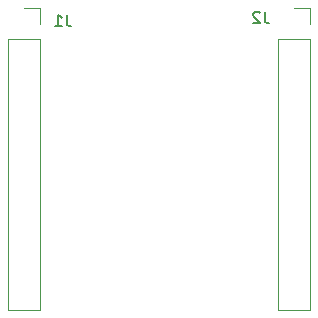
<source format=gbr>
%TF.GenerationSoftware,KiCad,Pcbnew,7.0.5-0*%
%TF.CreationDate,2024-01-09T15:12:00-05:00*%
%TF.ProjectId,SiPM chip carrier,5369504d-2063-4686-9970-206361727269,2.0*%
%TF.SameCoordinates,Original*%
%TF.FileFunction,Legend,Bot*%
%TF.FilePolarity,Positive*%
%FSLAX46Y46*%
G04 Gerber Fmt 4.6, Leading zero omitted, Abs format (unit mm)*
G04 Created by KiCad (PCBNEW 7.0.5-0) date 2024-01-09 15:12:00*
%MOMM*%
%LPD*%
G01*
G04 APERTURE LIST*
%ADD10C,0.150000*%
%ADD11C,0.120000*%
G04 APERTURE END LIST*
D10*
%TO.C,J2*%
X59007333Y-37554819D02*
X59007333Y-38269104D01*
X59007333Y-38269104D02*
X59054952Y-38411961D01*
X59054952Y-38411961D02*
X59150190Y-38507200D01*
X59150190Y-38507200D02*
X59293047Y-38554819D01*
X59293047Y-38554819D02*
X59388285Y-38554819D01*
X58578761Y-37650057D02*
X58531142Y-37602438D01*
X58531142Y-37602438D02*
X58435904Y-37554819D01*
X58435904Y-37554819D02*
X58197809Y-37554819D01*
X58197809Y-37554819D02*
X58102571Y-37602438D01*
X58102571Y-37602438D02*
X58054952Y-37650057D01*
X58054952Y-37650057D02*
X58007333Y-37745295D01*
X58007333Y-37745295D02*
X58007333Y-37840533D01*
X58007333Y-37840533D02*
X58054952Y-37983390D01*
X58054952Y-37983390D02*
X58626380Y-38554819D01*
X58626380Y-38554819D02*
X58007333Y-38554819D01*
%TO.C,J1*%
X42243333Y-37808819D02*
X42243333Y-38523104D01*
X42243333Y-38523104D02*
X42290952Y-38665961D01*
X42290952Y-38665961D02*
X42386190Y-38761200D01*
X42386190Y-38761200D02*
X42529047Y-38808819D01*
X42529047Y-38808819D02*
X42624285Y-38808819D01*
X41243333Y-38808819D02*
X41814761Y-38808819D01*
X41529047Y-38808819D02*
X41529047Y-37808819D01*
X41529047Y-37808819D02*
X41624285Y-37951676D01*
X41624285Y-37951676D02*
X41719523Y-38046914D01*
X41719523Y-38046914D02*
X41814761Y-38094533D01*
D11*
%TO.C,J2*%
X62798000Y-62798000D02*
X60138000Y-62798000D01*
X62798000Y-39878000D02*
X62798000Y-62798000D01*
X62798000Y-39878000D02*
X60138000Y-39878000D01*
X62798000Y-38608000D02*
X62798000Y-37278000D01*
X62798000Y-37278000D02*
X61468000Y-37278000D01*
X60138000Y-39878000D02*
X60138000Y-62798000D01*
%TO.C,J1*%
X39938000Y-62798000D02*
X37278000Y-62798000D01*
X39938000Y-39878000D02*
X39938000Y-62798000D01*
X39938000Y-39878000D02*
X37278000Y-39878000D01*
X39938000Y-38608000D02*
X39938000Y-37278000D01*
X39938000Y-37278000D02*
X38608000Y-37278000D01*
X37278000Y-39878000D02*
X37278000Y-62798000D01*
%TD*%
M02*

</source>
